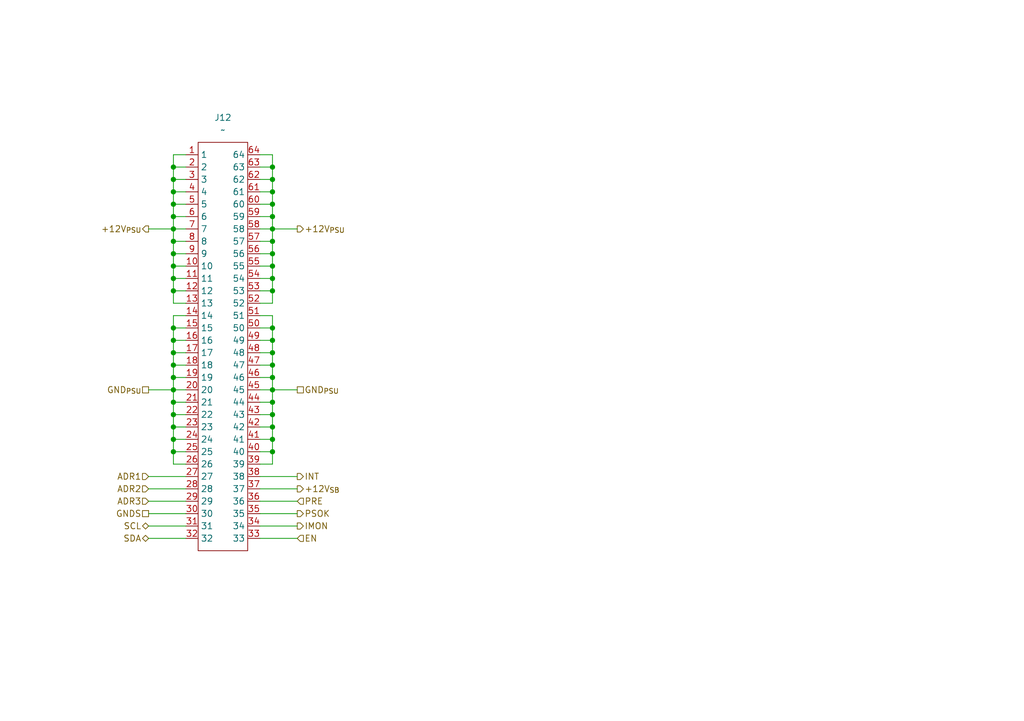
<source format=kicad_sch>
(kicad_sch (version 20250114) (generator "eeschema") (generator_version "9.0")
  (paper "A5")
  (title_block (title "PSU") (rev "1") (company "Elias Sjögreen") (comment 1 "The PSU connector and associated labels"))
  (lib_symbols
    (symbol "Connector_WingTAT:S-64x-2.54-5"
      (property "Reference" "J" (at 0 0 0))
      (symbol "S-64x-2.54-5_1_0"
        (rectangle (start -5.08 41.91) (end 5.08 -41.91))
        (pin passive line (at -7.62 39.37 0) (length 2.54) (name "1") (number "1"))
        (pin passive line (at -7.62 36.83 0) (length 2.54) (name "2") (number "2"))
        (pin passive line (at -7.62 34.29 0) (length 2.54) (name "3") (number "3"))
        (pin passive line (at -7.62 31.75 0) (length 2.54) (name "4") (number "4"))
        (pin passive line (at -7.62 29.21 0) (length 2.54) (name "5") (number "5"))
        (pin passive line (at -7.62 26.67 0) (length 2.54) (name "6") (number "6"))
        (pin passive line (at -7.62 24.13 0) (length 2.54) (name "7") (number "7"))
        (pin passive line (at -7.62 21.59 0) (length 2.54) (name "8") (number "8"))
        (pin passive line (at -7.62 19.05 0) (length 2.54) (name "9") (number "9"))
        (pin passive line (at -7.62 16.51 0) (length 2.54) (name "10") (number "10"))
        (pin passive line (at -7.62 13.97 0) (length 2.54) (name "11") (number "11"))
        (pin passive line (at -7.62 11.43 0) (length 2.54) (name "12") (number "12"))
        (pin passive line (at -7.62 8.89 0) (length 2.54) (name "13") (number "13"))
        (pin passive line (at -7.62 6.35 0) (length 2.54) (name "14") (number "14"))
        (pin passive line (at -7.62 3.81 0) (length 2.54) (name "15") (number "15"))
        (pin passive line (at -7.62 1.27 0) (length 2.54) (name "16") (number "16"))
        (pin passive line (at -7.62 -1.27 0) (length 2.54) (name "17") (number "17"))
        (pin passive line (at -7.62 -3.81 0) (length 2.54) (name "18") (number "18"))
        (pin passive line (at -7.62 -6.35 0) (length 2.54) (name "19") (number "19"))
        (pin passive line (at -7.62 -8.89 0) (length 2.54) (name "20") (number "20"))
        (pin passive line (at -7.62 -11.43 0) (length 2.54) (name "21") (number "21"))
        (pin passive line (at -7.62 -13.97 0) (length 2.54) (name "22") (number "22"))
        (pin passive line (at -7.62 -16.51 0) (length 2.54) (name "23") (number "23"))
        (pin passive line (at -7.62 -19.05 0) (length 2.54) (name "24") (number "24"))
        (pin passive line (at -7.62 -21.59 0) (length 2.54) (name "25") (number "25"))
        (pin passive line (at -7.62 -24.13 0) (length 2.54) (name "26") (number "26"))
        (pin passive line (at -7.62 -26.67 0) (length 2.54) (name "27") (number "27"))
        (pin passive line (at -7.62 -29.21 0) (length 2.54) (name "28") (number "28"))
        (pin passive line (at -7.62 -31.75 0) (length 2.54) (name "29") (number "29"))
        (pin passive line (at -7.62 -34.29 0) (length 2.54) (name "30") (number "30"))
        (pin passive line (at -7.62 -36.83 0) (length 2.54) (name "31") (number "31"))
        (pin passive line (at -7.62 -39.37 0) (length 2.54) (name "32") (number "32"))
        (pin passive line (at 7.62 39.37 180) (length 2.54) (name "64") (number "64"))
        (pin passive line (at 7.62 36.83 180) (length 2.54) (name "63") (number "63"))
        (pin passive line (at 7.62 34.29 180) (length 2.54) (name "62") (number "62"))
        (pin passive line (at 7.62 31.75 180) (length 2.54) (name "61") (number "61"))
        (pin passive line (at 7.62 29.21 180) (length 2.54) (name "60") (number "60"))
        (pin passive line (at 7.62 26.67 180) (length 2.54) (name "59") (number "59"))
        (pin passive line (at 7.62 24.13 180) (length 2.54) (name "58") (number "58"))
        (pin passive line (at 7.62 21.59 180) (length 2.54) (name "57") (number "57"))
        (pin passive line (at 7.62 19.05 180) (length 2.54) (name "56") (number "56"))
        (pin passive line (at 7.62 16.51 180) (length 2.54) (name "55") (number "55"))
        (pin passive line (at 7.62 13.97 180) (length 2.54) (name "54") (number "54"))
        (pin passive line (at 7.62 11.43 180) (length 2.54) (name "53") (number "53"))
        (pin passive line (at 7.62 8.89 180) (length 2.54) (name "52") (number "52"))
        (pin passive line (at 7.62 6.35 180) (length 2.54) (name "51") (number "51"))
        (pin passive line (at 7.62 3.81 180) (length 2.54) (name "50") (number "50"))
        (pin passive line (at 7.62 1.27 180) (length 2.54) (name "49") (number "49"))
        (pin passive line (at 7.62 -1.27 180) (length 2.54) (name "48") (number "48"))
        (pin passive line (at 7.62 -3.81 180) (length 2.54) (name "47") (number "47"))
        (pin passive line (at 7.62 -6.35 180) (length 2.54) (name "46") (number "46"))
        (pin passive line (at 7.62 -8.89 180) (length 2.54) (name "45") (number "45"))
        (pin passive line (at 7.62 -11.43 180) (length 2.54) (name "44") (number "44"))
        (pin passive line (at 7.62 -13.97 180) (length 2.54) (name "43") (number "43"))
        (pin passive line (at 7.62 -16.51 180) (length 2.54) (name "42") (number "42"))
        (pin passive line (at 7.62 -19.05 180) (length 2.54) (name "41") (number "41"))
        (pin passive line (at 7.62 -21.59 180) (length 2.54) (name "40") (number "40"))
        (pin passive line (at 7.62 -24.13 180) (length 2.54) (name "39") (number "39"))
        (pin passive line (at 7.62 -26.67 180) (length 2.54) (name "38") (number "38"))
        (pin passive line (at 7.62 -29.21 180) (length 2.54) (name "37") (number "37"))
        (pin passive line (at 7.62 -31.75 180) (length 2.54) (name "36") (number "36"))
        (pin passive line (at 7.62 -34.29 180) (length 2.54) (name "35") (number "35"))
        (pin passive line (at 7.62 -36.83 180) (length 2.54) (name "34") (number "34"))
        (pin passive line (at 7.62 -39.37 180) (length 2.54) (name "33") (number "33"))
      )
    )
  )
  (junction (at 35.56 87.63))
  (junction (at 35.56 46.99))
  (junction (at 35.56 57.15))
  (junction (at 55.88 69.85))
  (junction (at 55.88 92.71))
  (junction (at 55.88 80.01))
  (junction (at 55.88 77.47))
  (junction (at 55.88 46.99))
  (junction (at 55.88 41.91))
  (junction (at 35.56 44.45))
  (junction (at 55.88 54.61))
  (junction (at 35.56 59.69))
  (junction (at 35.56 54.61))
  (junction (at 35.56 69.85))
  (junction (at 55.88 39.37))
  (junction (at 35.56 72.39))
  (junction (at 55.88 90.17))
  (junction (at 55.88 72.39))
  (junction (at 35.56 92.71))
  (junction (at 55.88 44.45))
  (junction (at 55.88 52.07))
  (junction (at 35.56 74.93))
  (junction (at 35.56 80.01))
  (junction (at 55.88 82.55))
  (junction (at 35.56 41.91))
  (junction (at 55.88 34.29))
  (junction (at 55.88 59.69))
  (junction (at 35.56 67.31))
  (junction (at 55.88 87.63))
  (junction (at 35.56 34.29))
  (junction (at 35.56 52.07))
  (junction (at 55.88 49.53))
  (junction (at 35.56 90.17))
  (junction (at 35.56 77.47))
  (junction (at 35.56 39.37))
  (junction (at 35.56 82.55))
  (junction (at 55.88 67.31))
  (junction (at 55.88 85.09))
  (junction (at 35.56 49.53))
  (junction (at 55.88 57.15))
  (junction (at 35.56 85.09))
  (junction (at 55.88 74.93))
  (junction (at 55.88 36.83))
  (junction (at 35.56 36.83))
  (wire (pts (xy 55.88 59.69) (xy 53.34 59.69)))
  (wire (pts (xy 38.1 31.75) (xy 35.56 31.75)))
  (wire (pts (xy 35.56 57.15) (xy 38.1 57.15)))
  (wire (pts (xy 35.56 90.17) (xy 38.1 90.17)))
  (wire (pts (xy 30.48 80.01) (xy 35.56 80.01)))
  (wire (pts (xy 35.56 82.55) (xy 38.1 82.55)))
  (wire (pts (xy 35.56 87.63) (xy 38.1 87.63)))
  (wire (pts (xy 55.88 77.47) (xy 53.34 77.47)))
  (wire (pts (xy 55.88 92.71) (xy 55.88 90.17)))
  (wire (pts (xy 35.56 39.37) (xy 38.1 39.37)))
  (wire (pts (xy 53.34 105.41) (xy 60.96 105.41)))
  (wire (pts (xy 35.56 80.01) (xy 35.56 82.55)))
  (wire (pts (xy 35.56 46.99) (xy 38.1 46.99)))
  (wire (pts (xy 53.34 31.75) (xy 55.88 31.75)))
  (wire (pts (xy 35.56 67.31) (xy 35.56 69.85)))
  (wire (pts (xy 35.56 80.01) (xy 38.1 80.01)))
  (wire (pts (xy 55.88 62.23) (xy 55.88 59.69)))
  (wire (pts (xy 53.34 107.95) (xy 60.96 107.95)))
  (wire (pts (xy 55.88 46.99) (xy 55.88 49.53)))
  (wire (pts (xy 55.88 52.07) (xy 53.34 52.07)))
  (wire (pts (xy 55.88 74.93) (xy 53.34 74.93)))
  (wire (pts (xy 55.88 87.63) (xy 55.88 85.09)))
  (wire (pts (xy 35.56 54.61) (xy 38.1 54.61)))
  (wire (pts (xy 35.56 90.17) (xy 35.56 92.71)))
  (wire (pts (xy 55.88 52.07) (xy 55.88 49.53)))
  (wire (pts (xy 55.88 67.31) (xy 53.34 67.31)))
  (wire (pts (xy 35.56 52.07) (xy 35.56 54.61)))
  (wire (pts (xy 55.88 77.47) (xy 55.88 74.93)))
  (wire (pts (xy 35.56 49.53) (xy 38.1 49.53)))
  (wire (pts (xy 35.56 77.47) (xy 35.56 80.01)))
  (wire (pts (xy 35.56 87.63) (xy 35.56 90.17)))
  (wire (pts (xy 60.96 80.01) (xy 55.88 80.01)))
  (wire (pts (xy 55.88 54.61) (xy 55.88 52.07)))
  (wire (pts (xy 55.88 57.15) (xy 55.88 54.61)))
  (wire (pts (xy 35.56 54.61) (xy 35.56 57.15)))
  (wire (pts (xy 55.88 36.83) (xy 53.34 36.83)))
  (wire (pts (xy 55.88 46.99) (xy 55.88 44.45)))
  (wire (pts (xy 55.88 90.17) (xy 53.34 90.17)))
  (wire (pts (xy 38.1 102.87) (xy 30.48 102.87)))
  (wire (pts (xy 53.34 97.79) (xy 60.96 97.79)))
  (wire (pts (xy 35.56 52.07) (xy 38.1 52.07)))
  (wire (pts (xy 55.88 92.71) (xy 55.88 95.25)))
  (wire (pts (xy 55.88 72.39) (xy 53.34 72.39)))
  (wire (pts (xy 55.88 82.55) (xy 55.88 80.01)))
  (wire (pts (xy 55.88 54.61) (xy 53.34 54.61)))
  (wire (pts (xy 55.88 92.71) (xy 53.34 92.71)))
  (wire (pts (xy 55.88 64.77) (xy 53.34 64.77)))
  (wire (pts (xy 35.56 44.45) (xy 38.1 44.45)))
  (wire (pts (xy 55.88 90.17) (xy 55.88 87.63)))
  (wire (pts (xy 55.88 46.99) (xy 53.34 46.99)))
  (wire (pts (xy 55.88 59.69) (xy 55.88 57.15)))
  (wire (pts (xy 55.88 31.75) (xy 55.88 34.29)))
  (wire (pts (xy 55.88 72.39) (xy 55.88 69.85)))
  (wire (pts (xy 55.88 67.31) (xy 55.88 69.85)))
  (wire (pts (xy 35.56 85.09) (xy 38.1 85.09)))
  (wire (pts (xy 55.88 72.39) (xy 55.88 74.93)))
  (wire (pts (xy 38.1 105.41) (xy 30.48 105.41)))
  (wire (pts (xy 55.88 69.85) (xy 53.34 69.85)))
  (wire (pts (xy 35.56 34.29) (xy 38.1 34.29)))
  (wire (pts (xy 55.88 44.45) (xy 53.34 44.45)))
  (wire (pts (xy 35.56 72.39) (xy 38.1 72.39)))
  (wire (pts (xy 35.56 62.23) (xy 38.1 62.23)))
  (wire (pts (xy 38.1 64.77) (xy 35.56 64.77)))
  (wire (pts (xy 35.56 36.83) (xy 38.1 36.83)))
  (wire (pts (xy 35.56 67.31) (xy 38.1 67.31)))
  (wire (pts (xy 55.88 34.29) (xy 53.34 34.29)))
  (wire (pts (xy 35.56 49.53) (xy 35.56 52.07)))
  (wire (pts (xy 53.34 95.25) (xy 55.88 95.25)))
  (wire (pts (xy 35.56 77.47) (xy 38.1 77.47)))
  (wire (pts (xy 55.88 80.01) (xy 55.88 77.47)))
  (wire (pts (xy 35.56 57.15) (xy 35.56 59.69)))
  (wire (pts (xy 55.88 82.55) (xy 55.88 85.09)))
  (wire (pts (xy 35.56 95.25) (xy 38.1 95.25)))
  (wire (pts (xy 35.56 41.91) (xy 35.56 44.45)))
  (wire (pts (xy 55.88 41.91) (xy 55.88 39.37)))
  (wire (pts (xy 30.48 107.95) (xy 38.1 107.95)))
  (wire (pts (xy 55.88 85.09) (xy 53.34 85.09)))
  (wire (pts (xy 35.56 72.39) (xy 35.56 74.93)))
  (wire (pts (xy 35.56 41.91) (xy 38.1 41.91)))
  (wire (pts (xy 35.56 59.69) (xy 35.56 62.23)))
  (wire (pts (xy 55.88 67.31) (xy 55.88 64.77)))
  (wire (pts (xy 35.56 39.37) (xy 35.56 41.91)))
  (wire (pts (xy 55.88 39.37) (xy 55.88 36.83)))
  (wire (pts (xy 35.56 69.85) (xy 35.56 72.39)))
  (wire (pts (xy 30.48 46.99) (xy 35.56 46.99)))
  (wire (pts (xy 38.1 100.33) (xy 30.48 100.33)))
  (wire (pts (xy 35.56 64.77) (xy 35.56 67.31)))
  (wire (pts (xy 53.34 102.87) (xy 60.96 102.87)))
  (wire (pts (xy 35.56 74.93) (xy 35.56 77.47)))
  (wire (pts (xy 30.48 110.49) (xy 38.1 110.49)))
  (wire (pts (xy 55.88 49.53) (xy 53.34 49.53)))
  (wire (pts (xy 35.56 36.83) (xy 35.56 39.37)))
  (wire (pts (xy 35.56 82.55) (xy 35.56 85.09)))
  (wire (pts (xy 53.34 110.49) (xy 60.96 110.49)))
  (wire (pts (xy 35.56 59.69) (xy 38.1 59.69)))
  (wire (pts (xy 35.56 44.45) (xy 35.56 46.99)))
  (wire (pts (xy 35.56 46.99) (xy 35.56 49.53)))
  (wire (pts (xy 35.56 69.85) (xy 38.1 69.85)))
  (wire (pts (xy 55.88 87.63) (xy 53.34 87.63)))
  (wire (pts (xy 53.34 62.23) (xy 55.88 62.23)))
  (wire (pts (xy 35.56 92.71) (xy 38.1 92.71)))
  (wire (pts (xy 55.88 80.01) (xy 53.34 80.01)))
  (wire (pts (xy 35.56 74.93) (xy 38.1 74.93)))
  (wire (pts (xy 53.34 100.33) (xy 60.96 100.33)))
  (wire (pts (xy 55.88 82.55) (xy 53.34 82.55)))
  (wire (pts (xy 55.88 41.91) (xy 53.34 41.91)))
  (wire (pts (xy 55.88 44.45) (xy 55.88 41.91)))
  (wire (pts (xy 60.96 46.99) (xy 55.88 46.99)))
  (wire (pts (xy 38.1 97.79) (xy 30.48 97.79)))
  (wire (pts (xy 55.88 39.37) (xy 53.34 39.37)))
  (wire (pts (xy 35.56 85.09) (xy 35.56 87.63)))
  (wire (pts (xy 35.56 31.75) (xy 35.56 34.29)))
  (wire (pts (xy 35.56 34.29) (xy 35.56 36.83)))
  (wire (pts (xy 55.88 36.83) (xy 55.88 34.29)))
  (wire (pts (xy 55.88 57.15) (xy 53.34 57.15)))
  (wire (pts (xy 35.56 92.71) (xy 35.56 95.25)))
  (hierarchical_label "SDA" (shape bidirectional) (at 30.48 110.49 180))
  (hierarchical_label "SCL" (shape bidirectional) (at 30.48 107.95 180))
  (hierarchical_label "EN" (shape input) (at 60.96 110.49 0))
  (hierarchical_label "IMON" (shape output) (at 60.96 107.95 0))
  (hierarchical_label "PSOK" (shape output) (at 60.96 105.41 0))
  (hierarchical_label "PRE" (shape input) (at 60.96 102.87 0))
  (hierarchical_label "INT" (shape output) (at 60.96 97.79 0))
  (hierarchical_label "GND_{PSU}" (shape passive) (at 60.96 80.01 0))
  (hierarchical_label "+12V_{PSU}" (shape output) (at 30.48 46.99 180))
  (hierarchical_label "ADR1" (shape input) (at 30.48 97.79 180))
  (hierarchical_label "ADR2" (shape input) (at 30.48 100.33 180))
  (hierarchical_label "ADR3" (shape input) (at 30.48 102.87 180))
  (hierarchical_label "GNDS" (shape passive) (at 30.48 105.41 180))
  (hierarchical_label "+12V_{PSU}" (shape output) (at 60.96 46.99 0))
  (hierarchical_label "+12V_{SB}" (shape output) (at 60.96 100.33 0))
  (hierarchical_label "GND_{PSU}" (shape passive) (at 30.48 80.01 180))
  (symbol (lib_id "Connector_WingTAT:S-64x-2.54-5") (at 45.72 71.12 0) (unit 1)
    (property "Reference" "J12" (at 45.72 24.13 0))
    (property "Value" "~" (at 45.72 26.67 0))
    (property "Footprint" "Connector_WingTAT:WingTAT_S-64M-2.54-5" (effects (hide yes)))
    (property "Datasheet" "https://github.com/KCORES/KCORES-CSPS-to-ATX-Converter/blob/main/Document/Datasheet/WingTAT%20S-xxM-2.54-x-xx.pdf" (effects (hide yes)))
  )
)
</source>
